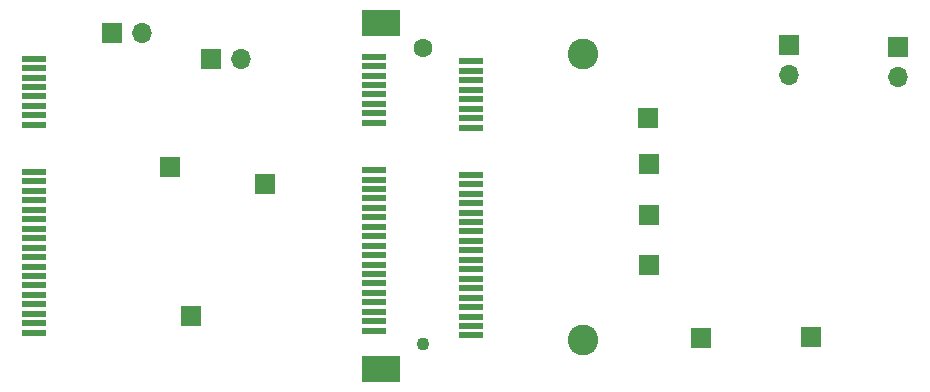
<source format=gbr>
%TF.GenerationSoftware,KiCad,Pcbnew,(6.0.2)*%
%TF.CreationDate,2022-07-28T16:32:46-07:00*%
%TF.ProjectId,mpcie1extv01,6d706369-6531-4657-9874-7630312e6b69,v01*%
%TF.SameCoordinates,Original*%
%TF.FileFunction,Soldermask,Top*%
%TF.FilePolarity,Negative*%
%FSLAX46Y46*%
G04 Gerber Fmt 4.6, Leading zero omitted, Abs format (unit mm)*
G04 Created by KiCad (PCBNEW (6.0.2)) date 2022-07-28 16:32:46*
%MOMM*%
%LPD*%
G01*
G04 APERTURE LIST*
%ADD10C,2.600000*%
%ADD11R,2.000000X0.600000*%
%ADD12O,1.700000X1.700000*%
%ADD13R,1.700000X1.700000*%
%ADD14C,1.100000*%
%ADD15C,1.600000*%
%ADD16R,3.200000X2.300000*%
G04 APERTURE END LIST*
D10*
%TO.C,U1*%
X113035750Y-172100000D03*
X113035750Y-147900000D03*
D11*
X66535750Y-171500000D03*
X66535750Y-170700000D03*
X66535750Y-169900000D03*
X66535750Y-169100000D03*
X66535750Y-168300000D03*
X66535750Y-167500000D03*
X66535750Y-166700000D03*
X66535750Y-165900000D03*
X66535750Y-165100000D03*
X66535750Y-164300000D03*
X66535750Y-163500000D03*
X66535750Y-162700000D03*
X66535750Y-161900000D03*
X66535750Y-161100000D03*
X66535750Y-160300000D03*
X66535750Y-159500000D03*
X66535750Y-158700000D03*
X66535750Y-157900000D03*
X66535750Y-153900000D03*
X66535750Y-153100000D03*
X66535750Y-152300000D03*
X66535750Y-151500000D03*
X66535750Y-150700000D03*
X66535750Y-149900000D03*
X66535750Y-149100000D03*
X66535750Y-148300000D03*
%TD*%
D12*
%TO.C,J4*%
X84042250Y-148309000D03*
D13*
X81502250Y-148309000D03*
%TD*%
D12*
%TO.C,J15*%
X139677250Y-149834000D03*
D13*
X139677250Y-147294000D03*
%TD*%
D12*
%TO.C,J14*%
X130437250Y-149684000D03*
D13*
X130437250Y-147144000D03*
%TD*%
%TO.C,J13*%
X118547250Y-153299000D03*
%TD*%
%TO.C,J12*%
X118607250Y-157249000D03*
%TD*%
%TO.C,J11*%
X118607250Y-161549000D03*
%TD*%
%TO.C,J10*%
X118607250Y-165799000D03*
%TD*%
%TO.C,J9*%
X78047250Y-157509000D03*
%TD*%
%TO.C,J8*%
X86107250Y-158899000D03*
%TD*%
%TO.C,J7*%
X132337250Y-171859000D03*
%TD*%
%TO.C,J6*%
X123027250Y-171919000D03*
%TD*%
%TO.C,J5*%
X79850000Y-170050000D03*
%TD*%
D12*
%TO.C,J3*%
X75722250Y-146164000D03*
D13*
X73182250Y-146164000D03*
%TD*%
D14*
%TO.C,J2*%
X99434250Y-172434000D03*
D15*
X99434250Y-147434000D03*
D11*
X95334250Y-148134000D03*
X103534250Y-148534000D03*
X95334250Y-148934000D03*
X103534250Y-149334000D03*
X95334250Y-149734000D03*
X103534250Y-150134000D03*
X95334250Y-150534000D03*
X103534250Y-150934000D03*
X95334250Y-151334000D03*
X103534250Y-151734000D03*
X95334250Y-152134000D03*
X103534250Y-152534000D03*
X95334250Y-152934000D03*
X103534250Y-153334000D03*
X95334250Y-153734000D03*
X103534250Y-154134000D03*
X95334250Y-157734000D03*
X103534250Y-158134000D03*
X95334250Y-158534000D03*
X103534250Y-158934000D03*
X95334250Y-159334000D03*
X103534250Y-159734000D03*
X95334250Y-160134000D03*
X103534250Y-160534000D03*
X95334250Y-160934000D03*
X103534250Y-161334000D03*
X95334250Y-161734000D03*
X103534250Y-162134000D03*
X95334250Y-162534000D03*
X103534250Y-162934000D03*
X95334250Y-163334000D03*
X103534250Y-163734000D03*
X95334250Y-164134000D03*
X103534250Y-164534000D03*
X95334250Y-164934000D03*
X103534250Y-165334000D03*
X95334250Y-165734000D03*
X103534250Y-166134000D03*
X95334250Y-166534000D03*
X103534250Y-166934000D03*
X95334250Y-167334000D03*
X103534250Y-167734000D03*
X95334250Y-168134000D03*
X103534250Y-168534000D03*
X95334250Y-168934000D03*
X103534250Y-169334000D03*
X95334250Y-169734000D03*
X103534250Y-170134000D03*
X95334250Y-170534000D03*
X103534250Y-170934000D03*
X95334250Y-171334000D03*
X103534250Y-171734000D03*
D16*
X95934250Y-174584000D03*
X95934250Y-145284000D03*
%TD*%
M02*

</source>
